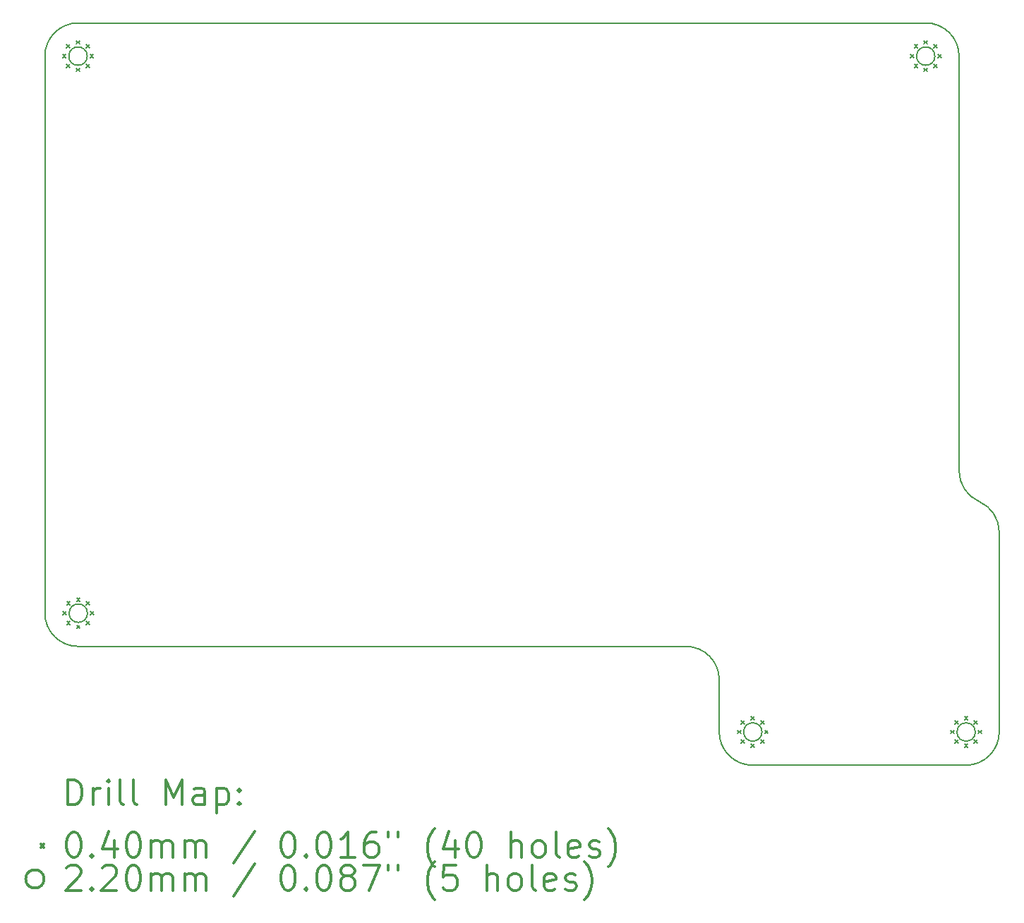
<source format=gbr>
%FSLAX45Y45*%
G04 Gerber Fmt 4.5, Leading zero omitted, Abs format (unit mm)*
G04 Created by KiCad (PCBNEW (5.1.9)-1) date 2021-01-20 21:35:34*
%MOMM*%
%LPD*%
G01*
G04 APERTURE LIST*
%TA.AperFunction,Profile*%
%ADD10C,0.200000*%
%TD*%
%ADD11C,0.200000*%
%ADD12C,0.300000*%
G04 APERTURE END LIST*
D10*
X25261495Y-10742729D02*
G75*
G02*
X25020530Y-10375704I159036J367025D01*
G01*
X21742719Y-12482290D02*
G75*
G02*
X22142719Y-12882471I0J-400000D01*
G01*
X25261495Y-10742729D02*
G75*
G02*
X25502459Y-11109757I-159036J-367025D01*
G01*
X25502443Y-13508927D02*
G75*
G02*
X25102443Y-13908924I-400000J3D01*
G01*
X22542434Y-13908924D02*
G75*
G02*
X22142435Y-13508743I0J400000D01*
G01*
X22542435Y-13908924D02*
X25102443Y-13908924D01*
X22142719Y-12882471D02*
X22142435Y-13508743D01*
X14651817Y-12482290D02*
X21742719Y-12482290D01*
X14451817Y-12482290D02*
G75*
G02*
X14051817Y-12082290I0J400000D01*
G01*
X24620530Y-4996163D02*
G75*
G02*
X25020530Y-5396163I0J-400000D01*
G01*
X14051817Y-5396163D02*
G75*
G02*
X14451817Y-4996163I400000J0D01*
G01*
X25502459Y-11109757D02*
X25502443Y-13508927D01*
X25020530Y-5396163D02*
X25020530Y-10375704D01*
X14451817Y-4996163D02*
X24620530Y-4996163D01*
X14051817Y-5396163D02*
X14051817Y-12082290D01*
X14651817Y-12482290D02*
X14451817Y-12482290D01*
D11*
X14265000Y-5375000D02*
X14305000Y-5415000D01*
X14305000Y-5375000D02*
X14265000Y-5415000D01*
X14268183Y-12063837D02*
X14308183Y-12103837D01*
X14308183Y-12063837D02*
X14268183Y-12103837D01*
X14313327Y-5258327D02*
X14353327Y-5298327D01*
X14353327Y-5258327D02*
X14313327Y-5298327D01*
X14313327Y-5491673D02*
X14353327Y-5531673D01*
X14353327Y-5491673D02*
X14313327Y-5531673D01*
X14316510Y-11947165D02*
X14356510Y-11987165D01*
X14356510Y-11947165D02*
X14316510Y-11987165D01*
X14316510Y-12180510D02*
X14356510Y-12220510D01*
X14356510Y-12180510D02*
X14316510Y-12220510D01*
X14430000Y-5210000D02*
X14470000Y-5250000D01*
X14470000Y-5210000D02*
X14430000Y-5250000D01*
X14430000Y-5540000D02*
X14470000Y-5580000D01*
X14470000Y-5540000D02*
X14430000Y-5580000D01*
X14433183Y-11898837D02*
X14473183Y-11938837D01*
X14473183Y-11898837D02*
X14433183Y-11938837D01*
X14433183Y-12228837D02*
X14473183Y-12268837D01*
X14473183Y-12228837D02*
X14433183Y-12268837D01*
X14546673Y-5258327D02*
X14586673Y-5298327D01*
X14586673Y-5258327D02*
X14546673Y-5298327D01*
X14546673Y-5491673D02*
X14586673Y-5531673D01*
X14586673Y-5491673D02*
X14546673Y-5531673D01*
X14549856Y-11947165D02*
X14589856Y-11987165D01*
X14589856Y-11947165D02*
X14549856Y-11987165D01*
X14549856Y-12180510D02*
X14589856Y-12220510D01*
X14589856Y-12180510D02*
X14549856Y-12220510D01*
X14595000Y-5375000D02*
X14635000Y-5415000D01*
X14635000Y-5375000D02*
X14595000Y-5415000D01*
X14598183Y-12063837D02*
X14638183Y-12103837D01*
X14638183Y-12063837D02*
X14598183Y-12103837D01*
X22360000Y-13490000D02*
X22400000Y-13530000D01*
X22400000Y-13490000D02*
X22360000Y-13530000D01*
X22408327Y-13373327D02*
X22448327Y-13413327D01*
X22448327Y-13373327D02*
X22408327Y-13413327D01*
X22408327Y-13606673D02*
X22448327Y-13646673D01*
X22448327Y-13606673D02*
X22408327Y-13646673D01*
X22525000Y-13325000D02*
X22565000Y-13365000D01*
X22565000Y-13325000D02*
X22525000Y-13365000D01*
X22525000Y-13655000D02*
X22565000Y-13695000D01*
X22565000Y-13655000D02*
X22525000Y-13695000D01*
X22641673Y-13373327D02*
X22681673Y-13413327D01*
X22681673Y-13373327D02*
X22641673Y-13413327D01*
X22641673Y-13606673D02*
X22681673Y-13646673D01*
X22681673Y-13606673D02*
X22641673Y-13646673D01*
X22690000Y-13490000D02*
X22730000Y-13530000D01*
X22730000Y-13490000D02*
X22690000Y-13530000D01*
X24435000Y-5375000D02*
X24475000Y-5415000D01*
X24475000Y-5375000D02*
X24435000Y-5415000D01*
X24483327Y-5258327D02*
X24523327Y-5298327D01*
X24523327Y-5258327D02*
X24483327Y-5298327D01*
X24483327Y-5491673D02*
X24523327Y-5531673D01*
X24523327Y-5491673D02*
X24483327Y-5531673D01*
X24600000Y-5210000D02*
X24640000Y-5250000D01*
X24640000Y-5210000D02*
X24600000Y-5250000D01*
X24600000Y-5540000D02*
X24640000Y-5580000D01*
X24640000Y-5540000D02*
X24600000Y-5580000D01*
X24716673Y-5258327D02*
X24756673Y-5298327D01*
X24756673Y-5258327D02*
X24716673Y-5298327D01*
X24716673Y-5491673D02*
X24756673Y-5531673D01*
X24756673Y-5491673D02*
X24716673Y-5531673D01*
X24765000Y-5375000D02*
X24805000Y-5415000D01*
X24805000Y-5375000D02*
X24765000Y-5415000D01*
X24920000Y-13490000D02*
X24960000Y-13530000D01*
X24960000Y-13490000D02*
X24920000Y-13530000D01*
X24968327Y-13373327D02*
X25008327Y-13413327D01*
X25008327Y-13373327D02*
X24968327Y-13413327D01*
X24968327Y-13606673D02*
X25008327Y-13646673D01*
X25008327Y-13606673D02*
X24968327Y-13646673D01*
X25085000Y-13325000D02*
X25125000Y-13365000D01*
X25125000Y-13325000D02*
X25085000Y-13365000D01*
X25085000Y-13655000D02*
X25125000Y-13695000D01*
X25125000Y-13655000D02*
X25085000Y-13695000D01*
X25201673Y-13373327D02*
X25241673Y-13413327D01*
X25241673Y-13373327D02*
X25201673Y-13413327D01*
X25201673Y-13606673D02*
X25241673Y-13646673D01*
X25241673Y-13606673D02*
X25201673Y-13646673D01*
X25250000Y-13490000D02*
X25290000Y-13530000D01*
X25290000Y-13490000D02*
X25250000Y-13530000D01*
X14560000Y-5395000D02*
G75*
G03*
X14560000Y-5395000I-110000J0D01*
G01*
X14563183Y-12083837D02*
G75*
G03*
X14563183Y-12083837I-110000J0D01*
G01*
X22655000Y-13510000D02*
G75*
G03*
X22655000Y-13510000I-110000J0D01*
G01*
X24730000Y-5395000D02*
G75*
G03*
X24730000Y-5395000I-110000J0D01*
G01*
X25215000Y-13510000D02*
G75*
G03*
X25215000Y-13510000I-110000J0D01*
G01*
D12*
X14328245Y-14384639D02*
X14328245Y-14084639D01*
X14399674Y-14084639D01*
X14442531Y-14098925D01*
X14471103Y-14127496D01*
X14485388Y-14156067D01*
X14499674Y-14213210D01*
X14499674Y-14256067D01*
X14485388Y-14313210D01*
X14471103Y-14341782D01*
X14442531Y-14370353D01*
X14399674Y-14384639D01*
X14328245Y-14384639D01*
X14628245Y-14384639D02*
X14628245Y-14184639D01*
X14628245Y-14241782D02*
X14642531Y-14213210D01*
X14656817Y-14198925D01*
X14685388Y-14184639D01*
X14713960Y-14184639D01*
X14813960Y-14384639D02*
X14813960Y-14184639D01*
X14813960Y-14084639D02*
X14799674Y-14098925D01*
X14813960Y-14113210D01*
X14828245Y-14098925D01*
X14813960Y-14084639D01*
X14813960Y-14113210D01*
X14999674Y-14384639D02*
X14971103Y-14370353D01*
X14956817Y-14341782D01*
X14956817Y-14084639D01*
X15156817Y-14384639D02*
X15128245Y-14370353D01*
X15113960Y-14341782D01*
X15113960Y-14084639D01*
X15499674Y-14384639D02*
X15499674Y-14084639D01*
X15599674Y-14298925D01*
X15699674Y-14084639D01*
X15699674Y-14384639D01*
X15971103Y-14384639D02*
X15971103Y-14227496D01*
X15956817Y-14198925D01*
X15928245Y-14184639D01*
X15871103Y-14184639D01*
X15842531Y-14198925D01*
X15971103Y-14370353D02*
X15942531Y-14384639D01*
X15871103Y-14384639D01*
X15842531Y-14370353D01*
X15828245Y-14341782D01*
X15828245Y-14313210D01*
X15842531Y-14284639D01*
X15871103Y-14270353D01*
X15942531Y-14270353D01*
X15971103Y-14256067D01*
X16113960Y-14184639D02*
X16113960Y-14484639D01*
X16113960Y-14198925D02*
X16142531Y-14184639D01*
X16199674Y-14184639D01*
X16228245Y-14198925D01*
X16242531Y-14213210D01*
X16256817Y-14241782D01*
X16256817Y-14327496D01*
X16242531Y-14356067D01*
X16228245Y-14370353D01*
X16199674Y-14384639D01*
X16142531Y-14384639D01*
X16113960Y-14370353D01*
X16385388Y-14356067D02*
X16399674Y-14370353D01*
X16385388Y-14384639D01*
X16371103Y-14370353D01*
X16385388Y-14356067D01*
X16385388Y-14384639D01*
X16385388Y-14198925D02*
X16399674Y-14213210D01*
X16385388Y-14227496D01*
X16371103Y-14213210D01*
X16385388Y-14198925D01*
X16385388Y-14227496D01*
X14001817Y-14858925D02*
X14041817Y-14898925D01*
X14041817Y-14858925D02*
X14001817Y-14898925D01*
X14385388Y-14714639D02*
X14413960Y-14714639D01*
X14442531Y-14728925D01*
X14456817Y-14743210D01*
X14471103Y-14771782D01*
X14485388Y-14828925D01*
X14485388Y-14900353D01*
X14471103Y-14957496D01*
X14456817Y-14986067D01*
X14442531Y-15000353D01*
X14413960Y-15014639D01*
X14385388Y-15014639D01*
X14356817Y-15000353D01*
X14342531Y-14986067D01*
X14328245Y-14957496D01*
X14313960Y-14900353D01*
X14313960Y-14828925D01*
X14328245Y-14771782D01*
X14342531Y-14743210D01*
X14356817Y-14728925D01*
X14385388Y-14714639D01*
X14613960Y-14986067D02*
X14628245Y-15000353D01*
X14613960Y-15014639D01*
X14599674Y-15000353D01*
X14613960Y-14986067D01*
X14613960Y-15014639D01*
X14885388Y-14814639D02*
X14885388Y-15014639D01*
X14813960Y-14700353D02*
X14742531Y-14914639D01*
X14928245Y-14914639D01*
X15099674Y-14714639D02*
X15128245Y-14714639D01*
X15156817Y-14728925D01*
X15171103Y-14743210D01*
X15185388Y-14771782D01*
X15199674Y-14828925D01*
X15199674Y-14900353D01*
X15185388Y-14957496D01*
X15171103Y-14986067D01*
X15156817Y-15000353D01*
X15128245Y-15014639D01*
X15099674Y-15014639D01*
X15071103Y-15000353D01*
X15056817Y-14986067D01*
X15042531Y-14957496D01*
X15028245Y-14900353D01*
X15028245Y-14828925D01*
X15042531Y-14771782D01*
X15056817Y-14743210D01*
X15071103Y-14728925D01*
X15099674Y-14714639D01*
X15328245Y-15014639D02*
X15328245Y-14814639D01*
X15328245Y-14843210D02*
X15342531Y-14828925D01*
X15371103Y-14814639D01*
X15413960Y-14814639D01*
X15442531Y-14828925D01*
X15456817Y-14857496D01*
X15456817Y-15014639D01*
X15456817Y-14857496D02*
X15471103Y-14828925D01*
X15499674Y-14814639D01*
X15542531Y-14814639D01*
X15571103Y-14828925D01*
X15585388Y-14857496D01*
X15585388Y-15014639D01*
X15728245Y-15014639D02*
X15728245Y-14814639D01*
X15728245Y-14843210D02*
X15742531Y-14828925D01*
X15771103Y-14814639D01*
X15813960Y-14814639D01*
X15842531Y-14828925D01*
X15856817Y-14857496D01*
X15856817Y-15014639D01*
X15856817Y-14857496D02*
X15871103Y-14828925D01*
X15899674Y-14814639D01*
X15942531Y-14814639D01*
X15971103Y-14828925D01*
X15985388Y-14857496D01*
X15985388Y-15014639D01*
X16571103Y-14700353D02*
X16313960Y-15086067D01*
X16956817Y-14714639D02*
X16985388Y-14714639D01*
X17013960Y-14728925D01*
X17028245Y-14743210D01*
X17042531Y-14771782D01*
X17056817Y-14828925D01*
X17056817Y-14900353D01*
X17042531Y-14957496D01*
X17028245Y-14986067D01*
X17013960Y-15000353D01*
X16985388Y-15014639D01*
X16956817Y-15014639D01*
X16928245Y-15000353D01*
X16913960Y-14986067D01*
X16899674Y-14957496D01*
X16885388Y-14900353D01*
X16885388Y-14828925D01*
X16899674Y-14771782D01*
X16913960Y-14743210D01*
X16928245Y-14728925D01*
X16956817Y-14714639D01*
X17185388Y-14986067D02*
X17199674Y-15000353D01*
X17185388Y-15014639D01*
X17171103Y-15000353D01*
X17185388Y-14986067D01*
X17185388Y-15014639D01*
X17385388Y-14714639D02*
X17413960Y-14714639D01*
X17442531Y-14728925D01*
X17456817Y-14743210D01*
X17471103Y-14771782D01*
X17485388Y-14828925D01*
X17485388Y-14900353D01*
X17471103Y-14957496D01*
X17456817Y-14986067D01*
X17442531Y-15000353D01*
X17413960Y-15014639D01*
X17385388Y-15014639D01*
X17356817Y-15000353D01*
X17342531Y-14986067D01*
X17328245Y-14957496D01*
X17313960Y-14900353D01*
X17313960Y-14828925D01*
X17328245Y-14771782D01*
X17342531Y-14743210D01*
X17356817Y-14728925D01*
X17385388Y-14714639D01*
X17771103Y-15014639D02*
X17599674Y-15014639D01*
X17685388Y-15014639D02*
X17685388Y-14714639D01*
X17656817Y-14757496D01*
X17628245Y-14786067D01*
X17599674Y-14800353D01*
X18028245Y-14714639D02*
X17971103Y-14714639D01*
X17942531Y-14728925D01*
X17928245Y-14743210D01*
X17899674Y-14786067D01*
X17885388Y-14843210D01*
X17885388Y-14957496D01*
X17899674Y-14986067D01*
X17913960Y-15000353D01*
X17942531Y-15014639D01*
X17999674Y-15014639D01*
X18028245Y-15000353D01*
X18042531Y-14986067D01*
X18056817Y-14957496D01*
X18056817Y-14886067D01*
X18042531Y-14857496D01*
X18028245Y-14843210D01*
X17999674Y-14828925D01*
X17942531Y-14828925D01*
X17913960Y-14843210D01*
X17899674Y-14857496D01*
X17885388Y-14886067D01*
X18171103Y-14714639D02*
X18171103Y-14771782D01*
X18285388Y-14714639D02*
X18285388Y-14771782D01*
X18728245Y-15128925D02*
X18713960Y-15114639D01*
X18685388Y-15071782D01*
X18671103Y-15043210D01*
X18656817Y-15000353D01*
X18642531Y-14928925D01*
X18642531Y-14871782D01*
X18656817Y-14800353D01*
X18671103Y-14757496D01*
X18685388Y-14728925D01*
X18713960Y-14686067D01*
X18728245Y-14671782D01*
X18971103Y-14814639D02*
X18971103Y-15014639D01*
X18899674Y-14700353D02*
X18828245Y-14914639D01*
X19013960Y-14914639D01*
X19185388Y-14714639D02*
X19213960Y-14714639D01*
X19242531Y-14728925D01*
X19256817Y-14743210D01*
X19271103Y-14771782D01*
X19285388Y-14828925D01*
X19285388Y-14900353D01*
X19271103Y-14957496D01*
X19256817Y-14986067D01*
X19242531Y-15000353D01*
X19213960Y-15014639D01*
X19185388Y-15014639D01*
X19156817Y-15000353D01*
X19142531Y-14986067D01*
X19128245Y-14957496D01*
X19113960Y-14900353D01*
X19113960Y-14828925D01*
X19128245Y-14771782D01*
X19142531Y-14743210D01*
X19156817Y-14728925D01*
X19185388Y-14714639D01*
X19642531Y-15014639D02*
X19642531Y-14714639D01*
X19771103Y-15014639D02*
X19771103Y-14857496D01*
X19756817Y-14828925D01*
X19728245Y-14814639D01*
X19685388Y-14814639D01*
X19656817Y-14828925D01*
X19642531Y-14843210D01*
X19956817Y-15014639D02*
X19928245Y-15000353D01*
X19913960Y-14986067D01*
X19899674Y-14957496D01*
X19899674Y-14871782D01*
X19913960Y-14843210D01*
X19928245Y-14828925D01*
X19956817Y-14814639D01*
X19999674Y-14814639D01*
X20028245Y-14828925D01*
X20042531Y-14843210D01*
X20056817Y-14871782D01*
X20056817Y-14957496D01*
X20042531Y-14986067D01*
X20028245Y-15000353D01*
X19999674Y-15014639D01*
X19956817Y-15014639D01*
X20228245Y-15014639D02*
X20199674Y-15000353D01*
X20185388Y-14971782D01*
X20185388Y-14714639D01*
X20456817Y-15000353D02*
X20428245Y-15014639D01*
X20371103Y-15014639D01*
X20342531Y-15000353D01*
X20328245Y-14971782D01*
X20328245Y-14857496D01*
X20342531Y-14828925D01*
X20371103Y-14814639D01*
X20428245Y-14814639D01*
X20456817Y-14828925D01*
X20471103Y-14857496D01*
X20471103Y-14886067D01*
X20328245Y-14914639D01*
X20585388Y-15000353D02*
X20613960Y-15014639D01*
X20671103Y-15014639D01*
X20699674Y-15000353D01*
X20713960Y-14971782D01*
X20713960Y-14957496D01*
X20699674Y-14928925D01*
X20671103Y-14914639D01*
X20628245Y-14914639D01*
X20599674Y-14900353D01*
X20585388Y-14871782D01*
X20585388Y-14857496D01*
X20599674Y-14828925D01*
X20628245Y-14814639D01*
X20671103Y-14814639D01*
X20699674Y-14828925D01*
X20813960Y-15128925D02*
X20828245Y-15114639D01*
X20856817Y-15071782D01*
X20871103Y-15043210D01*
X20885388Y-15000353D01*
X20899674Y-14928925D01*
X20899674Y-14871782D01*
X20885388Y-14800353D01*
X20871103Y-14757496D01*
X20856817Y-14728925D01*
X20828245Y-14686067D01*
X20813960Y-14671782D01*
X14041817Y-15274925D02*
G75*
G03*
X14041817Y-15274925I-110000J0D01*
G01*
X14313960Y-15139210D02*
X14328245Y-15124925D01*
X14356817Y-15110639D01*
X14428245Y-15110639D01*
X14456817Y-15124925D01*
X14471103Y-15139210D01*
X14485388Y-15167782D01*
X14485388Y-15196353D01*
X14471103Y-15239210D01*
X14299674Y-15410639D01*
X14485388Y-15410639D01*
X14613960Y-15382067D02*
X14628245Y-15396353D01*
X14613960Y-15410639D01*
X14599674Y-15396353D01*
X14613960Y-15382067D01*
X14613960Y-15410639D01*
X14742531Y-15139210D02*
X14756817Y-15124925D01*
X14785388Y-15110639D01*
X14856817Y-15110639D01*
X14885388Y-15124925D01*
X14899674Y-15139210D01*
X14913960Y-15167782D01*
X14913960Y-15196353D01*
X14899674Y-15239210D01*
X14728245Y-15410639D01*
X14913960Y-15410639D01*
X15099674Y-15110639D02*
X15128245Y-15110639D01*
X15156817Y-15124925D01*
X15171103Y-15139210D01*
X15185388Y-15167782D01*
X15199674Y-15224925D01*
X15199674Y-15296353D01*
X15185388Y-15353496D01*
X15171103Y-15382067D01*
X15156817Y-15396353D01*
X15128245Y-15410639D01*
X15099674Y-15410639D01*
X15071103Y-15396353D01*
X15056817Y-15382067D01*
X15042531Y-15353496D01*
X15028245Y-15296353D01*
X15028245Y-15224925D01*
X15042531Y-15167782D01*
X15056817Y-15139210D01*
X15071103Y-15124925D01*
X15099674Y-15110639D01*
X15328245Y-15410639D02*
X15328245Y-15210639D01*
X15328245Y-15239210D02*
X15342531Y-15224925D01*
X15371103Y-15210639D01*
X15413960Y-15210639D01*
X15442531Y-15224925D01*
X15456817Y-15253496D01*
X15456817Y-15410639D01*
X15456817Y-15253496D02*
X15471103Y-15224925D01*
X15499674Y-15210639D01*
X15542531Y-15210639D01*
X15571103Y-15224925D01*
X15585388Y-15253496D01*
X15585388Y-15410639D01*
X15728245Y-15410639D02*
X15728245Y-15210639D01*
X15728245Y-15239210D02*
X15742531Y-15224925D01*
X15771103Y-15210639D01*
X15813960Y-15210639D01*
X15842531Y-15224925D01*
X15856817Y-15253496D01*
X15856817Y-15410639D01*
X15856817Y-15253496D02*
X15871103Y-15224925D01*
X15899674Y-15210639D01*
X15942531Y-15210639D01*
X15971103Y-15224925D01*
X15985388Y-15253496D01*
X15985388Y-15410639D01*
X16571103Y-15096353D02*
X16313960Y-15482067D01*
X16956817Y-15110639D02*
X16985388Y-15110639D01*
X17013960Y-15124925D01*
X17028245Y-15139210D01*
X17042531Y-15167782D01*
X17056817Y-15224925D01*
X17056817Y-15296353D01*
X17042531Y-15353496D01*
X17028245Y-15382067D01*
X17013960Y-15396353D01*
X16985388Y-15410639D01*
X16956817Y-15410639D01*
X16928245Y-15396353D01*
X16913960Y-15382067D01*
X16899674Y-15353496D01*
X16885388Y-15296353D01*
X16885388Y-15224925D01*
X16899674Y-15167782D01*
X16913960Y-15139210D01*
X16928245Y-15124925D01*
X16956817Y-15110639D01*
X17185388Y-15382067D02*
X17199674Y-15396353D01*
X17185388Y-15410639D01*
X17171103Y-15396353D01*
X17185388Y-15382067D01*
X17185388Y-15410639D01*
X17385388Y-15110639D02*
X17413960Y-15110639D01*
X17442531Y-15124925D01*
X17456817Y-15139210D01*
X17471103Y-15167782D01*
X17485388Y-15224925D01*
X17485388Y-15296353D01*
X17471103Y-15353496D01*
X17456817Y-15382067D01*
X17442531Y-15396353D01*
X17413960Y-15410639D01*
X17385388Y-15410639D01*
X17356817Y-15396353D01*
X17342531Y-15382067D01*
X17328245Y-15353496D01*
X17313960Y-15296353D01*
X17313960Y-15224925D01*
X17328245Y-15167782D01*
X17342531Y-15139210D01*
X17356817Y-15124925D01*
X17385388Y-15110639D01*
X17656817Y-15239210D02*
X17628245Y-15224925D01*
X17613960Y-15210639D01*
X17599674Y-15182067D01*
X17599674Y-15167782D01*
X17613960Y-15139210D01*
X17628245Y-15124925D01*
X17656817Y-15110639D01*
X17713960Y-15110639D01*
X17742531Y-15124925D01*
X17756817Y-15139210D01*
X17771103Y-15167782D01*
X17771103Y-15182067D01*
X17756817Y-15210639D01*
X17742531Y-15224925D01*
X17713960Y-15239210D01*
X17656817Y-15239210D01*
X17628245Y-15253496D01*
X17613960Y-15267782D01*
X17599674Y-15296353D01*
X17599674Y-15353496D01*
X17613960Y-15382067D01*
X17628245Y-15396353D01*
X17656817Y-15410639D01*
X17713960Y-15410639D01*
X17742531Y-15396353D01*
X17756817Y-15382067D01*
X17771103Y-15353496D01*
X17771103Y-15296353D01*
X17756817Y-15267782D01*
X17742531Y-15253496D01*
X17713960Y-15239210D01*
X17871103Y-15110639D02*
X18071103Y-15110639D01*
X17942531Y-15410639D01*
X18171103Y-15110639D02*
X18171103Y-15167782D01*
X18285388Y-15110639D02*
X18285388Y-15167782D01*
X18728245Y-15524925D02*
X18713960Y-15510639D01*
X18685388Y-15467782D01*
X18671103Y-15439210D01*
X18656817Y-15396353D01*
X18642531Y-15324925D01*
X18642531Y-15267782D01*
X18656817Y-15196353D01*
X18671103Y-15153496D01*
X18685388Y-15124925D01*
X18713960Y-15082067D01*
X18728245Y-15067782D01*
X18985388Y-15110639D02*
X18842531Y-15110639D01*
X18828245Y-15253496D01*
X18842531Y-15239210D01*
X18871103Y-15224925D01*
X18942531Y-15224925D01*
X18971103Y-15239210D01*
X18985388Y-15253496D01*
X18999674Y-15282067D01*
X18999674Y-15353496D01*
X18985388Y-15382067D01*
X18971103Y-15396353D01*
X18942531Y-15410639D01*
X18871103Y-15410639D01*
X18842531Y-15396353D01*
X18828245Y-15382067D01*
X19356817Y-15410639D02*
X19356817Y-15110639D01*
X19485388Y-15410639D02*
X19485388Y-15253496D01*
X19471103Y-15224925D01*
X19442531Y-15210639D01*
X19399674Y-15210639D01*
X19371103Y-15224925D01*
X19356817Y-15239210D01*
X19671103Y-15410639D02*
X19642531Y-15396353D01*
X19628245Y-15382067D01*
X19613960Y-15353496D01*
X19613960Y-15267782D01*
X19628245Y-15239210D01*
X19642531Y-15224925D01*
X19671103Y-15210639D01*
X19713960Y-15210639D01*
X19742531Y-15224925D01*
X19756817Y-15239210D01*
X19771103Y-15267782D01*
X19771103Y-15353496D01*
X19756817Y-15382067D01*
X19742531Y-15396353D01*
X19713960Y-15410639D01*
X19671103Y-15410639D01*
X19942531Y-15410639D02*
X19913960Y-15396353D01*
X19899674Y-15367782D01*
X19899674Y-15110639D01*
X20171103Y-15396353D02*
X20142531Y-15410639D01*
X20085388Y-15410639D01*
X20056817Y-15396353D01*
X20042531Y-15367782D01*
X20042531Y-15253496D01*
X20056817Y-15224925D01*
X20085388Y-15210639D01*
X20142531Y-15210639D01*
X20171103Y-15224925D01*
X20185388Y-15253496D01*
X20185388Y-15282067D01*
X20042531Y-15310639D01*
X20299674Y-15396353D02*
X20328245Y-15410639D01*
X20385388Y-15410639D01*
X20413960Y-15396353D01*
X20428245Y-15367782D01*
X20428245Y-15353496D01*
X20413960Y-15324925D01*
X20385388Y-15310639D01*
X20342531Y-15310639D01*
X20313960Y-15296353D01*
X20299674Y-15267782D01*
X20299674Y-15253496D01*
X20313960Y-15224925D01*
X20342531Y-15210639D01*
X20385388Y-15210639D01*
X20413960Y-15224925D01*
X20528245Y-15524925D02*
X20542531Y-15510639D01*
X20571103Y-15467782D01*
X20585388Y-15439210D01*
X20599674Y-15396353D01*
X20613960Y-15324925D01*
X20613960Y-15267782D01*
X20599674Y-15196353D01*
X20585388Y-15153496D01*
X20571103Y-15124925D01*
X20542531Y-15082067D01*
X20528245Y-15067782D01*
M02*

</source>
